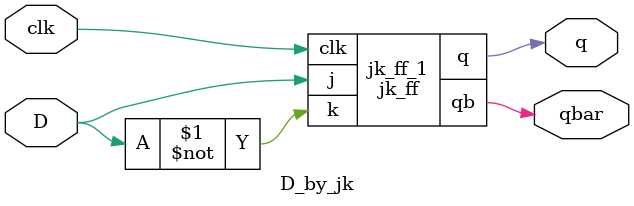
<source format=v>
`timescale 1ns / 1ps

module jk_ff(
    output reg q,
    output reg qb,
    input j,
    input k,
    input clk
);
    always @(posedge clk) begin
        if (j == 0 && k == 0) begin
            q <= q;
            qb <= ~qb;
        end
        else if (j == 0 && k == 1) begin
            q <= 0;
            qb <= 1;
        end
        else if (j == 1 && k == 0) begin
            q <= 1;
            qb <= 0;
        end
        else if (j == 1 && k == 1) begin
            q <= ~q;
            qb <= qb;
        end
    end
endmodule

module D_by_jk(
    output q,
    output qbar,
    input D,
    input clk
);
    jk_ff jk_ff_1(q, qbar, D, ~D, clk);
endmodule

</source>
